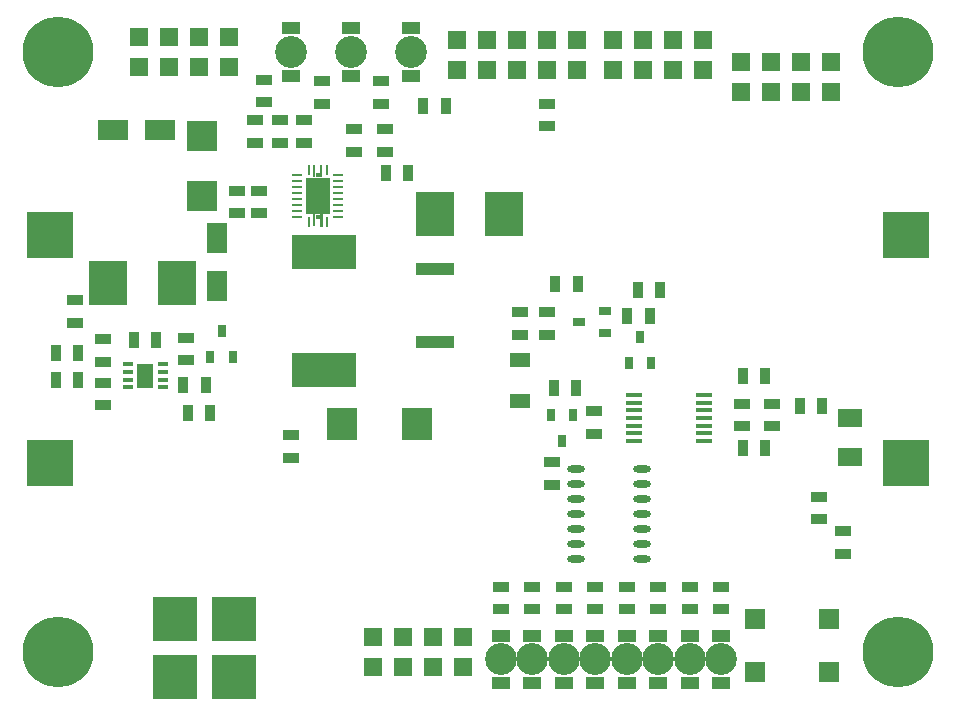
<source format=gbr>
G04 #@! TF.FileFunction,Soldermask,Bot*
%FSLAX46Y46*%
G04 Gerber Fmt 4.6, Leading zero omitted, Abs format (unit mm)*
G04 Created by KiCad (PCBNEW (2015-05-13 BZR 5653)-product) date 2. 12. 2015 7:09:12*
%MOMM*%
G01*
G04 APERTURE LIST*
%ADD10C,0.300000*%
%ADD11R,4.000000X4.000000*%
%ADD12R,1.397000X0.889000*%
%ADD13R,2.499360X2.550160*%
%ADD14R,0.889000X1.397000*%
%ADD15R,2.499360X1.800860*%
%ADD16R,1.800860X2.499360*%
%ADD17R,1.699260X1.300480*%
%ADD18R,1.524000X1.524000*%
%ADD19R,3.810000X3.810000*%
%ADD20R,5.500000X3.000000*%
%ADD21C,6.000000*%
%ADD22R,0.800100X1.000760*%
%ADD23R,1.000760X0.800100*%
%ADD24R,3.200000X1.000000*%
%ADD25R,2.032000X1.524000*%
%ADD26O,1.473200X0.609600*%
%ADD27R,1.676400X1.676400*%
%ADD28R,1.450000X0.450000*%
%ADD29R,0.850000X0.350000*%
%ADD30R,1.400000X2.000000*%
%ADD31R,2.550160X2.700020*%
%ADD32R,0.850000X0.280000*%
%ADD33R,2.050000X3.050000*%
%ADD34R,0.280000X0.850000*%
%ADD35R,0.280000X1.125000*%
%ADD36R,0.400000X0.450000*%
%ADD37C,0.600000*%
%ADD38R,3.330000X3.810000*%
%ADD39R,1.500000X1.050000*%
%ADD40C,2.700000*%
G04 APERTURE END LIST*
D10*
D11*
X4390000Y40384000D03*
X76890000Y40384000D03*
X4390000Y21084000D03*
X76890000Y21084000D03*
D12*
X8890000Y27876500D03*
X8890000Y25971500D03*
D13*
X17272000Y43718480D03*
X17272000Y48768000D03*
D12*
X20193000Y44132500D03*
X20193000Y42227500D03*
X8890000Y31559500D03*
X8890000Y29654500D03*
D14*
X11493500Y31496000D03*
X13398500Y31496000D03*
D12*
X21717000Y48196500D03*
X21717000Y50101500D03*
X22098000Y44132500D03*
X22098000Y42227500D03*
X15875000Y29781500D03*
X15875000Y31686500D03*
X32766000Y47434500D03*
X32766000Y49339500D03*
X24765000Y23431500D03*
X24765000Y21526500D03*
X50419000Y25463500D03*
X50419000Y23558500D03*
X62992000Y26098500D03*
X62992000Y24193500D03*
X69469000Y18224500D03*
X69469000Y16319500D03*
D14*
X63055500Y22352000D03*
X64960500Y22352000D03*
X63055500Y28448000D03*
X64960500Y28448000D03*
D12*
X44196000Y33845500D03*
X44196000Y31940500D03*
X46863000Y21145500D03*
X46863000Y19240500D03*
D15*
X9718040Y49276000D03*
X13716000Y49276000D03*
D16*
X18542000Y40098980D03*
X18542000Y36101020D03*
D17*
X44196000Y26316940D03*
X44196000Y29817060D03*
D18*
X19558000Y57150000D03*
X19558000Y54610000D03*
X17018000Y57150000D03*
X17018000Y54610000D03*
X14478000Y57150000D03*
X14478000Y54610000D03*
X11938000Y57150000D03*
X11938000Y54610000D03*
X49022000Y54356000D03*
X49022000Y56896000D03*
X38862000Y56896000D03*
X38862000Y54356000D03*
X43942000Y54356000D03*
X43942000Y56896000D03*
X46482000Y54356000D03*
X46482000Y56896000D03*
X41402000Y54356000D03*
X41402000Y56896000D03*
X31750000Y3810000D03*
X31750000Y6350000D03*
X34290000Y3810000D03*
X34290000Y6350000D03*
X36830000Y3810000D03*
X36830000Y6350000D03*
X39370000Y3810000D03*
X39370000Y6350000D03*
D19*
X14939000Y7874000D03*
X19939000Y7874000D03*
X14939000Y2921000D03*
X19939000Y2921000D03*
D18*
X62865000Y52451000D03*
X62865000Y54991000D03*
X65405000Y52451000D03*
X65405000Y54991000D03*
X67945000Y52451000D03*
X67945000Y54991000D03*
X59690000Y56896000D03*
X59690000Y54356000D03*
X57150000Y56896000D03*
X57150000Y54356000D03*
X54610000Y56896000D03*
X54610000Y54356000D03*
X52070000Y56896000D03*
X52070000Y54356000D03*
D20*
X27559000Y38909000D03*
X27559000Y28909000D03*
D21*
X76200000Y5080000D03*
X5080000Y55880000D03*
X5080000Y5080000D03*
X76200000Y55880000D03*
D22*
X18923000Y32214820D03*
X17970500Y30015180D03*
X19875500Y30015180D03*
X47752000Y22903180D03*
X48704500Y25102820D03*
X46799500Y25102820D03*
X54356000Y31706820D03*
X53403500Y29507180D03*
X55308500Y29507180D03*
D23*
X49192180Y33020000D03*
X51391820Y32067500D03*
X51391820Y33972500D03*
D12*
X6477000Y32956500D03*
X6477000Y34861500D03*
D14*
X6794500Y28067000D03*
X4889500Y28067000D03*
X6794500Y30353000D03*
X4889500Y30353000D03*
D12*
X46482000Y51498500D03*
X46482000Y49593500D03*
D14*
X36004500Y51308000D03*
X37909500Y51308000D03*
D12*
X22479000Y51625500D03*
X22479000Y53530500D03*
X27432000Y51498500D03*
X27432000Y53403500D03*
X32385000Y51498500D03*
X32385000Y53403500D03*
D14*
X15684500Y27686000D03*
X17589500Y27686000D03*
X17970500Y25273000D03*
X16065500Y25273000D03*
D12*
X25908000Y48196500D03*
X25908000Y50101500D03*
X23876000Y48196500D03*
X23876000Y50101500D03*
D14*
X32829500Y45593000D03*
X34734500Y45593000D03*
D12*
X30099000Y49339500D03*
X30099000Y47434500D03*
D24*
X36957000Y37517000D03*
X36957000Y31317000D03*
D12*
X65532000Y24193500D03*
X65532000Y26098500D03*
D14*
X69786500Y25908000D03*
X67881500Y25908000D03*
D12*
X71501000Y13398500D03*
X71501000Y15303500D03*
D14*
X47053500Y27432000D03*
X48958500Y27432000D03*
D25*
X72136000Y21590000D03*
X72136000Y24892000D03*
D12*
X46482000Y31940500D03*
X46482000Y33845500D03*
D14*
X49085500Y36195000D03*
X47180500Y36195000D03*
X54165500Y35687000D03*
X56070500Y35687000D03*
X53276500Y33528000D03*
X55181500Y33528000D03*
D12*
X42545000Y8699500D03*
X42545000Y10604500D03*
X45212000Y8699500D03*
X45212000Y10604500D03*
X47879000Y8699500D03*
X47879000Y10604500D03*
X50546000Y8699500D03*
X50546000Y10604500D03*
X53213000Y8699500D03*
X53213000Y10604500D03*
X55880000Y8699500D03*
X55880000Y10604500D03*
X58547000Y8699500D03*
X58547000Y10604500D03*
D26*
X48895000Y12954000D03*
X48895000Y14224000D03*
X48895000Y15494000D03*
X48895000Y16764000D03*
X54483000Y16764000D03*
X54483000Y15494000D03*
X54483000Y14224000D03*
X54483000Y12954000D03*
X48895000Y18034000D03*
X48895000Y19304000D03*
X48895000Y20574000D03*
X54483000Y18034000D03*
X54483000Y19304000D03*
X54483000Y20574000D03*
D27*
X70333000Y7838000D03*
X70333000Y3338000D03*
X64033000Y7838000D03*
X64033000Y3338000D03*
D28*
X53819000Y22942000D03*
X53819000Y23592000D03*
X53819000Y24242000D03*
X53819000Y24892000D03*
X53819000Y25542000D03*
X53819000Y26192000D03*
X53819000Y26842000D03*
X59719000Y26842000D03*
X59719000Y26192000D03*
X59719000Y25542000D03*
X59719000Y24892000D03*
X59719000Y24242000D03*
X59719000Y23592000D03*
X59719000Y22942000D03*
D29*
X10971000Y28123000D03*
X10971000Y28773000D03*
X10971000Y29423000D03*
X13921000Y29423000D03*
X13921000Y28773000D03*
X13921000Y28123000D03*
X13921000Y27473000D03*
X10971000Y27473000D03*
D30*
X12446000Y28448000D03*
D31*
X35433000Y24384000D03*
X29083000Y24384000D03*
D18*
X70485000Y52451000D03*
X70485000Y54991000D03*
D32*
X25326000Y41938000D03*
D33*
X27051000Y43688000D03*
D32*
X25326000Y42438000D03*
X25326000Y42938000D03*
X25326000Y43438000D03*
X25326000Y43938000D03*
X25326000Y44438000D03*
X25326000Y44938000D03*
X25326000Y45438000D03*
D34*
X26301000Y45913000D03*
X27801000Y45913000D03*
D32*
X28776000Y45438000D03*
X28776000Y44938000D03*
X28776000Y44438000D03*
X28776000Y43938000D03*
X28776000Y43438000D03*
X28776000Y42938000D03*
X28776000Y42438000D03*
X28776000Y41938000D03*
D34*
X27801000Y41463000D03*
X26301000Y41463000D03*
D10*
G36*
X27491000Y41050500D02*
X27211000Y41050500D01*
X27211000Y42175500D01*
X27491000Y42175500D01*
X27491000Y41050500D01*
X27491000Y41050500D01*
G37*
D35*
X26751000Y41613000D03*
X26751000Y45763000D03*
X27351000Y45763000D03*
D36*
X27051000Y41938000D03*
X27051000Y45438000D03*
D37*
X27686000Y42545000D03*
X27686000Y44831000D03*
X26416000Y44831000D03*
X26416000Y42545000D03*
X27051000Y43688000D03*
D12*
X61214000Y8699500D03*
X61214000Y10604500D03*
D38*
X9282000Y36322000D03*
X15102000Y36322000D03*
X36968000Y42164000D03*
X42788000Y42164000D03*
D39*
X42545000Y2445000D03*
X42545000Y6445000D03*
D40*
X42545000Y4445000D03*
D39*
X45212000Y2445000D03*
X45212000Y6445000D03*
D40*
X45212000Y4445000D03*
D39*
X47879000Y2445000D03*
X47879000Y6445000D03*
D40*
X47879000Y4445000D03*
D39*
X50546000Y2445000D03*
X50546000Y6445000D03*
D40*
X50546000Y4445000D03*
D39*
X53213000Y2445000D03*
X53213000Y6445000D03*
D40*
X53213000Y4445000D03*
D39*
X55880000Y2445000D03*
X55880000Y6445000D03*
D40*
X55880000Y4445000D03*
D39*
X58547000Y2445000D03*
X58547000Y6445000D03*
D40*
X58547000Y4445000D03*
D39*
X61214000Y2445000D03*
X61214000Y6445000D03*
D40*
X61214000Y4445000D03*
D39*
X24765000Y53880000D03*
X24765000Y57880000D03*
D40*
X24765000Y55880000D03*
D39*
X29845000Y53880000D03*
X29845000Y57880000D03*
D40*
X29845000Y55880000D03*
D39*
X34925000Y53880000D03*
X34925000Y57880000D03*
D40*
X34925000Y55880000D03*
M02*

</source>
